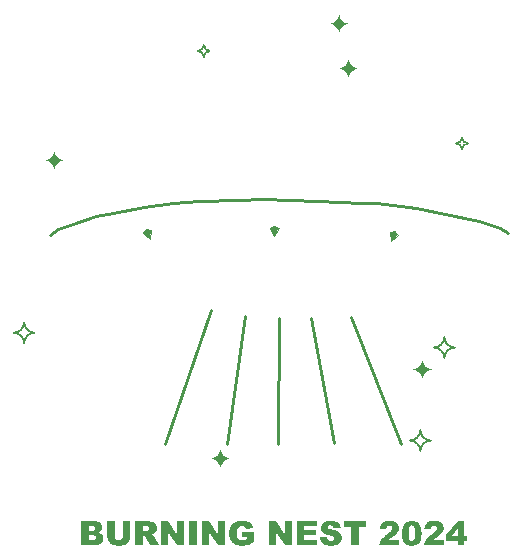
<source format=gto>
G04*
G04 #@! TF.GenerationSoftware,Altium Limited,Altium Designer,21.8.1 (53)*
G04*
G04 Layer_Color=65535*
%FSLAX25Y25*%
%MOIN*%
G70*
G04*
G04 #@! TF.SameCoordinates,45F2FB6D-C354-490B-B6FA-590C3EB5E4E4*
G04*
G04*
G04 #@! TF.FilePolarity,Positive*
G04*
G01*
G75*
%ADD10C,0.00800*%
%ADD11C,0.00394*%
%ADD12C,0.01000*%
G36*
X175475Y197975D02*
X175492Y197632D01*
X175626Y196959D01*
X175888Y196325D01*
X176269Y195755D01*
X176754Y195269D01*
X177325Y194888D01*
X177959Y194626D01*
X178632Y194492D01*
X178975Y194475D01*
X178632Y194458D01*
X177959Y194324D01*
X177325Y194062D01*
X176754Y193680D01*
X176269Y193195D01*
X175888Y192625D01*
X175626Y191991D01*
X175492Y191318D01*
X175475Y190975D01*
X175475Y190975D01*
X175458Y191318D01*
X175324Y191991D01*
X175062Y192625D01*
X174680Y193195D01*
X174195Y193680D01*
X173625Y194062D01*
X172991Y194324D01*
X172318Y194458D01*
X171975Y194475D01*
Y194475D01*
X172318Y194492D01*
X172991Y194626D01*
X173625Y194888D01*
X174195Y195269D01*
X174680Y195755D01*
X175062Y196325D01*
X175324Y196959D01*
X175458Y197632D01*
X175475Y197975D01*
X175475Y197975D01*
D02*
G37*
G36*
X178667Y182744D02*
X178801Y182071D01*
X179063Y181437D01*
X179444Y180866D01*
X179929Y180381D01*
X180500Y180000D01*
X181134Y179737D01*
X181807Y179604D01*
X182150Y179587D01*
X182150Y179587D01*
X181807Y179570D01*
X181134Y179436D01*
X180500Y179174D01*
X179929Y178792D01*
X179444Y178307D01*
X179063Y177737D01*
X178801Y177103D01*
X178667Y176430D01*
X178650Y176087D01*
X178650D01*
X178633Y176430D01*
X178499Y177103D01*
X178237Y177737D01*
X177855Y178307D01*
X177370Y178792D01*
X176800Y179174D01*
X176166Y179436D01*
X175493Y179570D01*
X175150Y179587D01*
X175150Y179587D01*
X175493Y179604D01*
X176166Y179737D01*
X176800Y180000D01*
X177370Y180381D01*
X177855Y180866D01*
X178237Y181437D01*
X178499Y182071D01*
X178633Y182744D01*
X178650Y183087D01*
X178650D01*
X178667Y182744D01*
D02*
G37*
G36*
X80500Y152500D02*
X80517Y152157D01*
X80651Y151484D01*
X80913Y150850D01*
X81294Y150280D01*
X81780Y149794D01*
X82350Y149413D01*
X82984Y149151D01*
X83657Y149017D01*
X84000Y149000D01*
X83657Y148983D01*
X82984Y148849D01*
X82350Y148587D01*
X81780Y148205D01*
X81294Y147720D01*
X80913Y147150D01*
X80651Y146516D01*
X80517Y145843D01*
X80500Y145500D01*
X80500Y145500D01*
X80483Y145843D01*
X80349Y146516D01*
X80087Y147150D01*
X79706Y147720D01*
X79220Y148205D01*
X78650Y148587D01*
X78016Y148849D01*
X77343Y148983D01*
X77000Y149000D01*
Y149000D01*
X77343Y149017D01*
X78016Y149151D01*
X78650Y149413D01*
X79220Y149794D01*
X79706Y150280D01*
X80087Y150850D01*
X80349Y151484D01*
X80483Y152157D01*
X80500Y152500D01*
X80500Y152500D01*
D02*
G37*
G36*
X153874Y127143D02*
X155345Y126321D01*
X153833Y123837D01*
X152333Y126337D01*
X153805Y127158D01*
X153874Y127143D01*
D02*
G37*
G36*
X112904Y125688D02*
X112350Y122826D01*
X112334Y122836D01*
X110069Y124673D01*
X111171Y125948D01*
X111241Y125957D01*
X112904Y125688D01*
D02*
G37*
G36*
X194031Y125193D02*
X195132Y123918D01*
X192862Y122100D01*
X192307Y124963D01*
X193971Y125232D01*
X194031Y125193D01*
D02*
G37*
G36*
X203205Y82720D02*
X203222Y82377D01*
X203356Y81704D01*
X203619Y81071D01*
X204000Y80500D01*
X204485Y80015D01*
X205056Y79634D01*
X205690Y79371D01*
X206363Y79237D01*
X206705Y79220D01*
X206363Y79203D01*
X205690Y79070D01*
X205056Y78807D01*
X204485Y78426D01*
X204000Y77941D01*
X203619Y77370D01*
X203356Y76736D01*
X203222Y76063D01*
X203205Y75720D01*
X203205Y75720D01*
X203189Y76063D01*
X203055Y76736D01*
X202792Y77370D01*
X202411Y77941D01*
X201926Y78426D01*
X201355Y78807D01*
X200722Y79070D01*
X200049Y79203D01*
X199706Y79220D01*
Y79220D01*
X200049Y79237D01*
X200722Y79371D01*
X201355Y79634D01*
X201926Y80015D01*
X202411Y80500D01*
X202792Y81071D01*
X203055Y81704D01*
X203189Y82377D01*
X203205Y82720D01*
X203205Y82720D01*
D02*
G37*
G36*
X135992Y52657D02*
X136126Y51984D01*
X136388Y51350D01*
X136769Y50780D01*
X137255Y50295D01*
X137825Y49913D01*
X138459Y49651D01*
X139132Y49517D01*
X139475Y49500D01*
X139475Y49500D01*
X139132Y49483D01*
X138459Y49349D01*
X137825Y49087D01*
X137255Y48706D01*
X136769Y48220D01*
X136388Y47650D01*
X136126Y47016D01*
X135992Y46343D01*
X135975Y46000D01*
X135975D01*
X135958Y46343D01*
X135824Y47016D01*
X135562Y47650D01*
X135180Y48220D01*
X134695Y48706D01*
X134125Y49087D01*
X133491Y49349D01*
X132818Y49483D01*
X132475Y49500D01*
X132475Y49500D01*
X132818Y49517D01*
X133491Y49651D01*
X134125Y49913D01*
X134695Y50295D01*
X135180Y50780D01*
X135562Y51350D01*
X135824Y51984D01*
X135958Y52657D01*
X135975Y53000D01*
X135975D01*
X135992Y52657D01*
D02*
G37*
G36*
X173012Y28756D02*
X173140Y28746D01*
X173288Y28736D01*
X173445Y28716D01*
X173622Y28697D01*
X173996Y28628D01*
X174193Y28579D01*
X174390Y28529D01*
X174577Y28461D01*
X174764Y28382D01*
X174931Y28293D01*
X175088Y28195D01*
X175098Y28185D01*
X175128Y28165D01*
X175167Y28136D01*
X175216Y28087D01*
X175285Y28028D01*
X175354Y27949D01*
X175433Y27860D01*
X175511Y27752D01*
X175600Y27634D01*
X175679Y27496D01*
X175757Y27349D01*
X175836Y27191D01*
X175905Y27004D01*
X175964Y26807D01*
X176013Y26601D01*
X176053Y26375D01*
X173721Y26247D01*
Y26256D01*
Y26266D01*
X173711Y26296D01*
X173701Y26335D01*
X173671Y26434D01*
X173632Y26552D01*
X173583Y26680D01*
X173514Y26807D01*
X173425Y26926D01*
X173327Y27034D01*
X173317Y27044D01*
X173278Y27073D01*
X173209Y27112D01*
X173110Y27162D01*
X173002Y27201D01*
X172855Y27240D01*
X172697Y27270D01*
X172510Y27280D01*
X172441D01*
X172363Y27270D01*
X172264Y27260D01*
X172166Y27231D01*
X172058Y27201D01*
X171949Y27152D01*
X171861Y27093D01*
X171851Y27083D01*
X171831Y27063D01*
X171792Y27024D01*
X171753Y26965D01*
X171713Y26906D01*
X171674Y26827D01*
X171654Y26739D01*
X171644Y26650D01*
Y26640D01*
Y26621D01*
X171654Y26581D01*
X171664Y26532D01*
X171684Y26483D01*
X171723Y26424D01*
X171762Y26365D01*
X171821Y26306D01*
X171831Y26296D01*
X171861Y26276D01*
X171910Y26247D01*
X171989Y26207D01*
X172097Y26168D01*
X172245Y26119D01*
X172333Y26089D01*
X172422Y26060D01*
X172530Y26040D01*
X172648Y26010D01*
X172668D01*
X172717Y25991D01*
X172805Y25981D01*
X172914Y25951D01*
X173042Y25922D01*
X173199Y25883D01*
X173366Y25843D01*
X173543Y25794D01*
X173927Y25686D01*
X174311Y25568D01*
X174498Y25499D01*
X174675Y25440D01*
X174832Y25371D01*
X174970Y25302D01*
X174980D01*
X175000Y25282D01*
X175039Y25263D01*
X175088Y25243D01*
X175147Y25203D01*
X175216Y25164D01*
X175364Y25056D01*
X175531Y24928D01*
X175698Y24780D01*
X175856Y24603D01*
X175994Y24416D01*
Y24407D01*
X176003Y24397D01*
X176023Y24367D01*
X176043Y24328D01*
X176072Y24269D01*
X176092Y24210D01*
X176161Y24072D01*
X176220Y23895D01*
X176269Y23698D01*
X176309Y23472D01*
X176318Y23235D01*
Y23226D01*
Y23206D01*
Y23157D01*
X176309Y23108D01*
Y23039D01*
X176299Y22960D01*
X176279Y22871D01*
X176269Y22773D01*
X176210Y22557D01*
X176131Y22311D01*
X176033Y22065D01*
X175964Y21947D01*
X175885Y21819D01*
Y21809D01*
X175866Y21789D01*
X175846Y21759D01*
X175807Y21710D01*
X175708Y21592D01*
X175580Y21454D01*
X175413Y21297D01*
X175206Y21130D01*
X174970Y20972D01*
X174695Y20835D01*
X174685D01*
X174655Y20825D01*
X174616Y20805D01*
X174557Y20785D01*
X174488Y20756D01*
X174390Y20726D01*
X174291Y20697D01*
X174173Y20667D01*
X174035Y20638D01*
X173898Y20608D01*
X173740Y20579D01*
X173563Y20549D01*
X173386Y20529D01*
X173189Y20510D01*
X172992Y20500D01*
X172687D01*
X172579Y20510D01*
X172441D01*
X172284Y20520D01*
X172087Y20539D01*
X171880Y20569D01*
X171664Y20598D01*
X171428Y20638D01*
X171192Y20687D01*
X170956Y20756D01*
X170729Y20825D01*
X170503Y20913D01*
X170296Y21022D01*
X170109Y21140D01*
X169952Y21277D01*
X169942Y21287D01*
X169922Y21317D01*
X169883Y21356D01*
X169824Y21415D01*
X169765Y21494D01*
X169696Y21592D01*
X169627Y21700D01*
X169548Y21828D01*
X169470Y21966D01*
X169391Y22114D01*
X169312Y22281D01*
X169243Y22458D01*
X169184Y22645D01*
X169135Y22852D01*
X169096Y23058D01*
X169066Y23285D01*
X171418Y23432D01*
Y23423D01*
Y23403D01*
X171428Y23373D01*
X171438Y23334D01*
X171457Y23235D01*
X171487Y23108D01*
X171526Y22960D01*
X171575Y22822D01*
X171644Y22675D01*
X171723Y22557D01*
Y22547D01*
X171743Y22537D01*
X171792Y22478D01*
X171880Y22409D01*
X172008Y22320D01*
X172156Y22232D01*
X172343Y22153D01*
X172569Y22094D01*
X172687Y22084D01*
X172815Y22074D01*
X172904D01*
X172992Y22084D01*
X173110Y22104D01*
X173238Y22133D01*
X173376Y22183D01*
X173504Y22242D01*
X173622Y22320D01*
X173632Y22330D01*
X173671Y22360D01*
X173721Y22419D01*
X173770Y22488D01*
X173829Y22566D01*
X173868Y22665D01*
X173907Y22773D01*
X173917Y22891D01*
Y22901D01*
Y22940D01*
X173907Y22999D01*
X173888Y23078D01*
X173848Y23167D01*
X173799Y23265D01*
X173730Y23354D01*
X173642Y23452D01*
X173632Y23462D01*
X173583Y23491D01*
X173543Y23521D01*
X173504Y23541D01*
X173445Y23570D01*
X173376Y23600D01*
X173297Y23639D01*
X173209Y23668D01*
X173110Y23708D01*
X172992Y23747D01*
X172855Y23796D01*
X172717Y23836D01*
X172550Y23875D01*
X172372Y23914D01*
X172353D01*
X172304Y23934D01*
X172215Y23954D01*
X172107Y23983D01*
X171979Y24013D01*
X171821Y24062D01*
X171654Y24111D01*
X171477Y24170D01*
X171093Y24308D01*
X170710Y24475D01*
X170523Y24564D01*
X170355Y24662D01*
X170188Y24771D01*
X170050Y24879D01*
X170040Y24889D01*
X170021Y24908D01*
X169991Y24938D01*
X169942Y24987D01*
X169893Y25046D01*
X169834Y25125D01*
X169775Y25203D01*
X169706Y25302D01*
X169647Y25410D01*
X169578Y25528D01*
X169519Y25656D01*
X169470Y25784D01*
X169421Y25932D01*
X169391Y26089D01*
X169371Y26256D01*
X169361Y26424D01*
Y26434D01*
Y26453D01*
Y26483D01*
X169371Y26532D01*
Y26581D01*
X169381Y26650D01*
X169411Y26798D01*
X169450Y26985D01*
X169509Y27171D01*
X169598Y27378D01*
X169716Y27585D01*
Y27595D01*
X169735Y27614D01*
X169755Y27634D01*
X169785Y27673D01*
X169863Y27772D01*
X169981Y27900D01*
X170129Y28037D01*
X170316Y28185D01*
X170532Y28323D01*
X170788Y28451D01*
X170798D01*
X170818Y28461D01*
X170867Y28480D01*
X170916Y28500D01*
X170995Y28520D01*
X171083Y28549D01*
X171182Y28579D01*
X171300Y28608D01*
X171438Y28638D01*
X171585Y28667D01*
X171743Y28697D01*
X171920Y28716D01*
X172107Y28736D01*
X172313Y28756D01*
X172530Y28766D01*
X172904D01*
X173012Y28756D01*
D02*
G37*
G36*
X143433D02*
X143561D01*
X143699Y28746D01*
X143856Y28736D01*
X144171Y28707D01*
X144506Y28657D01*
X144663Y28638D01*
X144811Y28598D01*
X144958Y28559D01*
X145086Y28520D01*
X145096D01*
X145116Y28510D01*
X145155Y28490D01*
X145194Y28470D01*
X145253Y28451D01*
X145322Y28421D01*
X145470Y28343D01*
X145647Y28234D01*
X145824Y28106D01*
X146011Y27949D01*
X146178Y27772D01*
X146188Y27762D01*
X146198Y27752D01*
X146218Y27723D01*
X146247Y27683D01*
X146287Y27634D01*
X146326Y27575D01*
X146424Y27427D01*
X146533Y27240D01*
X146641Y27024D01*
X146749Y26778D01*
X146838Y26502D01*
X144456Y26079D01*
Y26089D01*
X144447Y26099D01*
X144427Y26158D01*
X144387Y26237D01*
X144338Y26335D01*
X144269Y26443D01*
X144181Y26561D01*
X144082Y26670D01*
X143955Y26768D01*
X143935Y26778D01*
X143895Y26807D01*
X143817Y26847D01*
X143709Y26896D01*
X143581Y26935D01*
X143423Y26975D01*
X143256Y27004D01*
X143059Y27014D01*
X142980D01*
X142921Y27004D01*
X142852Y26994D01*
X142774Y26985D01*
X142587Y26945D01*
X142380Y26876D01*
X142272Y26827D01*
X142164Y26778D01*
X142055Y26709D01*
X141957Y26630D01*
X141859Y26542D01*
X141760Y26443D01*
X141750Y26434D01*
X141741Y26414D01*
X141721Y26384D01*
X141691Y26335D01*
X141652Y26276D01*
X141613Y26197D01*
X141573Y26109D01*
X141524Y26010D01*
X141485Y25892D01*
X141436Y25764D01*
X141396Y25617D01*
X141367Y25459D01*
X141327Y25282D01*
X141308Y25085D01*
X141298Y24879D01*
X141288Y24662D01*
Y24653D01*
Y24603D01*
Y24534D01*
X141298Y24456D01*
X141308Y24347D01*
X141317Y24219D01*
X141327Y24092D01*
X141347Y23944D01*
X141406Y23639D01*
X141495Y23334D01*
X141544Y23186D01*
X141613Y23049D01*
X141682Y22921D01*
X141770Y22803D01*
X141780Y22793D01*
X141790Y22783D01*
X141819Y22753D01*
X141859Y22714D01*
X141908Y22675D01*
X141967Y22625D01*
X142036Y22576D01*
X142124Y22527D01*
X142213Y22478D01*
X142311Y22429D01*
X142429Y22379D01*
X142547Y22340D01*
X142823Y22271D01*
X142971Y22261D01*
X143128Y22252D01*
X143197D01*
X143276Y22261D01*
X143384Y22271D01*
X143502Y22281D01*
X143640Y22301D01*
X143777Y22330D01*
X143915Y22370D01*
X143935Y22379D01*
X143984Y22389D01*
X144063Y22419D01*
X144161Y22468D01*
X144289Y22517D01*
X144437Y22586D01*
X144604Y22675D01*
X144781Y22773D01*
Y23531D01*
X143128D01*
Y25194D01*
X146946D01*
Y21779D01*
X146936Y21769D01*
X146897Y21750D01*
X146838Y21710D01*
X146759Y21661D01*
X146661Y21602D01*
X146552Y21533D01*
X146424Y21454D01*
X146287Y21376D01*
X146139Y21287D01*
X145982Y21199D01*
X145657Y21041D01*
X145322Y20884D01*
X145155Y20825D01*
X144998Y20766D01*
X144988D01*
X144958Y20756D01*
X144909Y20746D01*
X144850Y20726D01*
X144771Y20707D01*
X144673Y20677D01*
X144565Y20657D01*
X144437Y20638D01*
X144299Y20608D01*
X144141Y20589D01*
X143984Y20559D01*
X143807Y20539D01*
X143620Y20529D01*
X143423Y20510D01*
X143010Y20500D01*
X142872D01*
X142774Y20510D01*
X142656Y20520D01*
X142508Y20529D01*
X142351Y20539D01*
X142183Y20559D01*
X142006Y20589D01*
X141819Y20618D01*
X141426Y20707D01*
X141239Y20756D01*
X141042Y20825D01*
X140865Y20894D01*
X140688Y20982D01*
X140678Y20992D01*
X140648Y21002D01*
X140599Y21031D01*
X140540Y21071D01*
X140461Y21120D01*
X140383Y21189D01*
X140284Y21258D01*
X140176Y21346D01*
X140068Y21435D01*
X139960Y21543D01*
X139841Y21661D01*
X139723Y21789D01*
X139615Y21937D01*
X139497Y22084D01*
X139399Y22242D01*
X139300Y22419D01*
X139290Y22429D01*
X139281Y22458D01*
X139251Y22517D01*
X139222Y22586D01*
X139182Y22684D01*
X139143Y22793D01*
X139103Y22921D01*
X139054Y23058D01*
X139005Y23216D01*
X138966Y23383D01*
X138926Y23570D01*
X138887Y23757D01*
X138857Y23964D01*
X138828Y24180D01*
X138818Y24407D01*
X138808Y24633D01*
Y24653D01*
Y24692D01*
Y24761D01*
X138818Y24849D01*
X138828Y24967D01*
X138838Y25095D01*
X138857Y25243D01*
X138877Y25400D01*
X138907Y25577D01*
X138936Y25755D01*
X139035Y26138D01*
X139094Y26325D01*
X139163Y26522D01*
X139251Y26709D01*
X139340Y26896D01*
X139349Y26906D01*
X139369Y26935D01*
X139399Y26994D01*
X139438Y27053D01*
X139497Y27142D01*
X139566Y27231D01*
X139645Y27339D01*
X139743Y27447D01*
X139851Y27565D01*
X139969Y27683D01*
X140097Y27811D01*
X140235Y27929D01*
X140392Y28047D01*
X140560Y28165D01*
X140737Y28274D01*
X140924Y28372D01*
X140934D01*
X140963Y28392D01*
X141012Y28411D01*
X141071Y28431D01*
X141160Y28461D01*
X141258Y28500D01*
X141367Y28529D01*
X141504Y28569D01*
X141652Y28608D01*
X141819Y28638D01*
X141996Y28677D01*
X142193Y28707D01*
X142400Y28726D01*
X142626Y28746D01*
X142862Y28766D01*
X143325D01*
X143433Y28756D01*
D02*
G37*
G36*
X159787Y20638D02*
X157455D01*
X154473Y25017D01*
Y20638D01*
X152151D01*
Y28628D01*
X154454D01*
X157455Y24210D01*
Y28628D01*
X159787D01*
Y20638D01*
D02*
G37*
G36*
X137470D02*
X135138D01*
X132156Y25017D01*
Y20638D01*
X129834D01*
Y28628D01*
X132137D01*
X135138Y24210D01*
Y28628D01*
X137470D01*
Y20638D01*
D02*
G37*
G36*
X123822D02*
X121490D01*
X118508Y25017D01*
Y20638D01*
X116186D01*
Y28628D01*
X118489D01*
X121490Y24210D01*
Y28628D01*
X123822D01*
Y20638D01*
D02*
G37*
G36*
X105844Y23865D02*
Y23855D01*
Y23836D01*
Y23796D01*
Y23747D01*
X105834Y23678D01*
Y23609D01*
X105815Y23432D01*
X105785Y23226D01*
X105746Y22999D01*
X105697Y22763D01*
X105618Y22527D01*
Y22517D01*
X105608Y22498D01*
X105598Y22468D01*
X105579Y22419D01*
X105549Y22370D01*
X105529Y22301D01*
X105451Y22153D01*
X105352Y21986D01*
X105234Y21799D01*
X105096Y21612D01*
X104929Y21425D01*
X104919Y21415D01*
X104909Y21405D01*
X104850Y21346D01*
X104752Y21268D01*
X104624Y21169D01*
X104476Y21061D01*
X104309Y20953D01*
X104132Y20844D01*
X103935Y20766D01*
X103925D01*
X103906Y20756D01*
X103866Y20746D01*
X103807Y20726D01*
X103738Y20707D01*
X103660Y20677D01*
X103561Y20657D01*
X103453Y20638D01*
X103335Y20608D01*
X103197Y20589D01*
X103059Y20559D01*
X102902Y20539D01*
X102577Y20510D01*
X102213Y20500D01*
X101987D01*
X101830Y20510D01*
X101643Y20520D01*
X101426Y20529D01*
X101190Y20549D01*
X100934Y20579D01*
X100905D01*
X100865Y20589D01*
X100816Y20598D01*
X100757Y20608D01*
X100688Y20618D01*
X100531Y20648D01*
X100354Y20687D01*
X100157Y20746D01*
X99970Y20815D01*
X99783Y20894D01*
X99773D01*
X99763Y20903D01*
X99704Y20943D01*
X99616Y20992D01*
X99507Y21071D01*
X99370Y21169D01*
X99232Y21287D01*
X99084Y21425D01*
X98937Y21582D01*
Y21592D01*
X98917Y21602D01*
X98878Y21661D01*
X98809Y21750D01*
X98730Y21868D01*
X98641Y22005D01*
X98553Y22163D01*
X98474Y22330D01*
X98415Y22507D01*
Y22517D01*
X98405Y22547D01*
X98395Y22586D01*
X98376Y22635D01*
X98366Y22704D01*
X98346Y22783D01*
X98307Y22970D01*
X98258Y23177D01*
X98228Y23403D01*
X98199Y23639D01*
X98189Y23865D01*
Y28628D01*
X100659D01*
Y23757D01*
Y23747D01*
Y23728D01*
Y23698D01*
X100668Y23649D01*
Y23590D01*
X100678Y23531D01*
X100708Y23383D01*
X100747Y23216D01*
X100806Y23049D01*
X100895Y22881D01*
X101013Y22734D01*
X101032Y22714D01*
X101082Y22675D01*
X101160Y22616D01*
X101278Y22557D01*
X101416Y22488D01*
X101593Y22429D01*
X101790Y22389D01*
X102016Y22370D01*
X102076D01*
X102125Y22379D01*
X102243Y22389D01*
X102381Y22419D01*
X102538Y22458D01*
X102705Y22517D01*
X102873Y22606D01*
X103020Y22724D01*
X103040Y22743D01*
X103079Y22793D01*
X103138Y22871D01*
X103207Y22989D01*
X103266Y23137D01*
X103325Y23314D01*
X103365Y23521D01*
X103384Y23757D01*
Y28628D01*
X105844D01*
Y23865D01*
D02*
G37*
G36*
X217066Y23855D02*
X218069D01*
Y22133D01*
X217066D01*
Y20638D01*
X215127D01*
Y22133D01*
X211083D01*
Y23954D01*
X215127Y28766D01*
X217066D01*
Y23855D01*
D02*
G37*
G36*
X207383Y28756D02*
X207491D01*
X207619Y28746D01*
X207757Y28736D01*
X208043Y28697D01*
X208348Y28648D01*
X208643Y28579D01*
X208781Y28539D01*
X208908Y28490D01*
X208918D01*
X208938Y28480D01*
X208967Y28461D01*
X209017Y28441D01*
X209076Y28411D01*
X209135Y28382D01*
X209282Y28293D01*
X209450Y28175D01*
X209627Y28037D01*
X209794Y27870D01*
X209942Y27673D01*
Y27663D01*
X209961Y27644D01*
X209981Y27614D01*
X210001Y27575D01*
X210030Y27526D01*
X210060Y27467D01*
X210129Y27309D01*
X210197Y27132D01*
X210257Y26916D01*
X210296Y26689D01*
X210315Y26434D01*
Y26424D01*
Y26404D01*
Y26365D01*
X210306Y26306D01*
Y26247D01*
X210296Y26168D01*
X210276Y26079D01*
X210266Y25991D01*
X210207Y25774D01*
X210129Y25538D01*
X210030Y25292D01*
X209961Y25164D01*
X209883Y25036D01*
Y25026D01*
X209863Y25007D01*
X209833Y24967D01*
X209794Y24918D01*
X209745Y24859D01*
X209686Y24780D01*
X209617Y24702D01*
X209528Y24603D01*
X209430Y24495D01*
X209312Y24387D01*
X209184Y24269D01*
X209046Y24141D01*
X208889Y24003D01*
X208721Y23865D01*
X208535Y23728D01*
X208328Y23580D01*
X208318Y23570D01*
X208298Y23560D01*
X208269Y23541D01*
X208220Y23501D01*
X208102Y23423D01*
X207964Y23324D01*
X207806Y23216D01*
X207659Y23108D01*
X207531Y23009D01*
X207472Y22970D01*
X207423Y22930D01*
X207413Y22921D01*
X207383Y22901D01*
X207334Y22852D01*
X207275Y22803D01*
X207196Y22734D01*
X207108Y22645D01*
X206999Y22557D01*
X206891Y22448D01*
X210375D01*
Y20638D01*
X203703D01*
Y20648D01*
X203713Y20687D01*
Y20736D01*
X203733Y20805D01*
X203742Y20894D01*
X203772Y20992D01*
X203792Y21110D01*
X203831Y21238D01*
X203870Y21376D01*
X203920Y21523D01*
X204038Y21838D01*
X204116Y21996D01*
X204195Y22163D01*
X204293Y22320D01*
X204392Y22488D01*
X204402Y22498D01*
X204421Y22527D01*
X204461Y22576D01*
X204510Y22645D01*
X204579Y22724D01*
X204658Y22822D01*
X204766Y22940D01*
X204884Y23068D01*
X205022Y23216D01*
X205179Y23373D01*
X205356Y23541D01*
X205563Y23718D01*
X205779Y23914D01*
X206025Y24111D01*
X206291Y24328D01*
X206576Y24544D01*
X206586Y24554D01*
X206616Y24574D01*
X206665Y24613D01*
X206734Y24662D01*
X206813Y24721D01*
X206901Y24790D01*
X207098Y24948D01*
X207314Y25125D01*
X207511Y25312D01*
X207610Y25400D01*
X207698Y25479D01*
X207767Y25568D01*
X207826Y25637D01*
X207836Y25656D01*
X207865Y25705D01*
X207915Y25774D01*
X207964Y25873D01*
X208013Y25981D01*
X208062Y26099D01*
X208092Y26227D01*
X208102Y26355D01*
Y26375D01*
Y26414D01*
X208092Y26483D01*
X208072Y26571D01*
X208033Y26670D01*
X207983Y26768D01*
X207915Y26876D01*
X207826Y26975D01*
X207816Y26985D01*
X207777Y27014D01*
X207718Y27063D01*
X207639Y27112D01*
X207541Y27152D01*
X207432Y27201D01*
X207295Y27231D01*
X207147Y27240D01*
X207078D01*
X206999Y27231D01*
X206901Y27211D01*
X206793Y27171D01*
X206675Y27122D01*
X206557Y27053D01*
X206448Y26965D01*
X206439Y26955D01*
X206409Y26916D01*
X206360Y26847D01*
X206301Y26748D01*
X206242Y26621D01*
X206183Y26463D01*
X206134Y26266D01*
X206094Y26030D01*
X203870Y26207D01*
Y26217D01*
X203880Y26247D01*
Y26296D01*
X203900Y26365D01*
X203910Y26443D01*
X203929Y26532D01*
X203949Y26630D01*
X203979Y26739D01*
X204038Y26975D01*
X204126Y27221D01*
X204225Y27447D01*
X204343Y27663D01*
Y27673D01*
X204362Y27683D01*
X204382Y27713D01*
X204412Y27752D01*
X204490Y27850D01*
X204598Y27969D01*
X204736Y28097D01*
X204904Y28234D01*
X205100Y28362D01*
X205327Y28480D01*
X205336D01*
X205356Y28490D01*
X205396Y28510D01*
X205445Y28529D01*
X205514Y28549D01*
X205592Y28569D01*
X205681Y28598D01*
X205789Y28628D01*
X205907Y28648D01*
X206035Y28677D01*
X206183Y28697D01*
X206340Y28726D01*
X206507Y28736D01*
X206694Y28756D01*
X206881Y28766D01*
X207285D01*
X207383Y28756D01*
D02*
G37*
G36*
X192485D02*
X192594D01*
X192722Y28746D01*
X192859Y28736D01*
X193145Y28697D01*
X193450Y28648D01*
X193745Y28579D01*
X193883Y28539D01*
X194011Y28490D01*
X194020D01*
X194040Y28480D01*
X194070Y28461D01*
X194119Y28441D01*
X194178Y28411D01*
X194237Y28382D01*
X194385Y28293D01*
X194552Y28175D01*
X194729Y28037D01*
X194896Y27870D01*
X195044Y27673D01*
Y27663D01*
X195063Y27644D01*
X195083Y27614D01*
X195103Y27575D01*
X195132Y27526D01*
X195162Y27467D01*
X195231Y27309D01*
X195300Y27132D01*
X195359Y26916D01*
X195398Y26689D01*
X195418Y26434D01*
Y26424D01*
Y26404D01*
Y26365D01*
X195408Y26306D01*
Y26247D01*
X195398Y26168D01*
X195378Y26079D01*
X195369Y25991D01*
X195309Y25774D01*
X195231Y25538D01*
X195132Y25292D01*
X195063Y25164D01*
X194985Y25036D01*
Y25026D01*
X194965Y25007D01*
X194936Y24967D01*
X194896Y24918D01*
X194847Y24859D01*
X194788Y24780D01*
X194719Y24702D01*
X194631Y24603D01*
X194532Y24495D01*
X194414Y24387D01*
X194286Y24269D01*
X194148Y24141D01*
X193991Y24003D01*
X193824Y23865D01*
X193637Y23728D01*
X193430Y23580D01*
X193420Y23570D01*
X193401Y23560D01*
X193371Y23541D01*
X193322Y23501D01*
X193204Y23423D01*
X193066Y23324D01*
X192909Y23216D01*
X192761Y23108D01*
X192633Y23009D01*
X192574Y22970D01*
X192525Y22930D01*
X192515Y22921D01*
X192485Y22901D01*
X192436Y22852D01*
X192377Y22803D01*
X192298Y22734D01*
X192210Y22645D01*
X192102Y22557D01*
X191993Y22448D01*
X195477D01*
Y20638D01*
X188805D01*
Y20648D01*
X188815Y20687D01*
Y20736D01*
X188835Y20805D01*
X188845Y20894D01*
X188874Y20992D01*
X188894Y21110D01*
X188933Y21238D01*
X188973Y21376D01*
X189022Y21523D01*
X189140Y21838D01*
X189219Y21996D01*
X189297Y22163D01*
X189396Y22320D01*
X189494Y22488D01*
X189504Y22498D01*
X189524Y22527D01*
X189563Y22576D01*
X189612Y22645D01*
X189681Y22724D01*
X189760Y22822D01*
X189868Y22940D01*
X189986Y23068D01*
X190124Y23216D01*
X190281Y23373D01*
X190458Y23541D01*
X190665Y23718D01*
X190882Y23914D01*
X191128Y24111D01*
X191393Y24328D01*
X191679Y24544D01*
X191688Y24554D01*
X191718Y24574D01*
X191767Y24613D01*
X191836Y24662D01*
X191915Y24721D01*
X192003Y24790D01*
X192200Y24948D01*
X192417Y25125D01*
X192613Y25312D01*
X192712Y25400D01*
X192800Y25479D01*
X192869Y25568D01*
X192928Y25637D01*
X192938Y25656D01*
X192968Y25705D01*
X193017Y25774D01*
X193066Y25873D01*
X193115Y25981D01*
X193164Y26099D01*
X193194Y26227D01*
X193204Y26355D01*
Y26375D01*
Y26414D01*
X193194Y26483D01*
X193174Y26571D01*
X193135Y26670D01*
X193086Y26768D01*
X193017Y26876D01*
X192928Y26975D01*
X192918Y26985D01*
X192879Y27014D01*
X192820Y27063D01*
X192741Y27112D01*
X192643Y27152D01*
X192535Y27201D01*
X192397Y27231D01*
X192249Y27240D01*
X192180D01*
X192102Y27231D01*
X192003Y27211D01*
X191895Y27171D01*
X191777Y27122D01*
X191659Y27053D01*
X191551Y26965D01*
X191541Y26955D01*
X191511Y26916D01*
X191462Y26847D01*
X191403Y26748D01*
X191344Y26621D01*
X191285Y26463D01*
X191236Y26266D01*
X191196Y26030D01*
X188973Y26207D01*
Y26217D01*
X188982Y26247D01*
Y26296D01*
X189002Y26365D01*
X189012Y26443D01*
X189032Y26532D01*
X189051Y26630D01*
X189081Y26739D01*
X189140Y26975D01*
X189228Y27221D01*
X189327Y27447D01*
X189445Y27663D01*
Y27673D01*
X189465Y27683D01*
X189484Y27713D01*
X189514Y27752D01*
X189593Y27850D01*
X189701Y27969D01*
X189839Y28097D01*
X190006Y28234D01*
X190203Y28362D01*
X190429Y28480D01*
X190439D01*
X190458Y28490D01*
X190498Y28510D01*
X190547Y28529D01*
X190616Y28549D01*
X190695Y28569D01*
X190783Y28598D01*
X190891Y28628D01*
X191009Y28648D01*
X191137Y28677D01*
X191285Y28697D01*
X191442Y28726D01*
X191610Y28736D01*
X191797Y28756D01*
X191984Y28766D01*
X192387D01*
X192485Y28756D01*
D02*
G37*
G36*
X184495Y26650D02*
X181976D01*
Y20638D01*
X179507D01*
Y26650D01*
X176987D01*
Y28628D01*
X184495D01*
Y26650D01*
D02*
G37*
G36*
X168053Y26926D02*
X163910D01*
Y25656D01*
X167748D01*
Y24023D01*
X163910D01*
Y22448D01*
X168171D01*
Y20638D01*
X161430D01*
Y28628D01*
X168053D01*
Y26926D01*
D02*
G37*
G36*
X128043Y20638D02*
X125564D01*
Y28628D01*
X128043D01*
Y20638D01*
D02*
G37*
G36*
X111906Y28618D02*
X112014D01*
X112142Y28608D01*
X112270D01*
X112555Y28579D01*
X112840Y28549D01*
X113126Y28500D01*
X113254Y28470D01*
X113372Y28431D01*
X113382D01*
X113401Y28421D01*
X113431Y28411D01*
X113470Y28392D01*
X113588Y28343D01*
X113726Y28264D01*
X113883Y28165D01*
X114041Y28037D01*
X114208Y27890D01*
X114356Y27703D01*
Y27693D01*
X114375Y27683D01*
X114395Y27654D01*
X114415Y27604D01*
X114444Y27555D01*
X114474Y27496D01*
X114503Y27427D01*
X114543Y27339D01*
X114612Y27152D01*
X114671Y26935D01*
X114710Y26680D01*
X114730Y26404D01*
Y26394D01*
Y26375D01*
Y26345D01*
Y26296D01*
X114720Y26237D01*
Y26168D01*
X114690Y26010D01*
X114661Y25833D01*
X114612Y25646D01*
X114543Y25449D01*
X114444Y25263D01*
Y25253D01*
X114435Y25243D01*
X114395Y25184D01*
X114326Y25095D01*
X114238Y24987D01*
X114129Y24859D01*
X113992Y24731D01*
X113834Y24603D01*
X113657Y24485D01*
X113647Y24475D01*
X113598Y24456D01*
X113529Y24416D01*
X113431Y24367D01*
X113303Y24318D01*
X113155Y24269D01*
X112978Y24210D01*
X112781Y24160D01*
X112791D01*
X112801Y24151D01*
X112850Y24131D01*
X112929Y24101D01*
X113027Y24072D01*
X113234Y23974D01*
X113332Y23924D01*
X113421Y23865D01*
X113431D01*
X113451Y23846D01*
X113480Y23816D01*
X113519Y23777D01*
X113578Y23718D01*
X113647Y23649D01*
X113726Y23550D01*
X113815Y23442D01*
X113824Y23432D01*
X113854Y23393D01*
X113903Y23334D01*
X113962Y23255D01*
X114080Y23098D01*
X114129Y23009D01*
X114169Y22940D01*
X115379Y20638D01*
X112585D01*
X111256Y23078D01*
Y23088D01*
X111246Y23098D01*
X111217Y23157D01*
X111168Y23235D01*
X111109Y23334D01*
X111030Y23442D01*
X110961Y23541D01*
X110882Y23629D01*
X110804Y23698D01*
X110794Y23708D01*
X110754Y23728D01*
X110705Y23757D01*
X110626Y23796D01*
X110538Y23826D01*
X110440Y23855D01*
X110321Y23875D01*
X110203Y23885D01*
X109987D01*
Y20638D01*
X107507D01*
Y28628D01*
X111807D01*
X111906Y28618D01*
D02*
G37*
G36*
X94302D02*
X94400Y28608D01*
X94518Y28598D01*
X94636Y28579D01*
X94774Y28559D01*
X95060Y28490D01*
X95207Y28441D01*
X95355Y28382D01*
X95502Y28313D01*
X95640Y28244D01*
X95778Y28146D01*
X95896Y28047D01*
X95906Y28037D01*
X95925Y28018D01*
X95955Y27988D01*
X95994Y27949D01*
X96044Y27890D01*
X96093Y27821D01*
X96152Y27742D01*
X96211Y27654D01*
X96260Y27555D01*
X96319Y27447D01*
X96417Y27211D01*
X96457Y27073D01*
X96486Y26935D01*
X96506Y26788D01*
X96516Y26630D01*
Y26621D01*
Y26601D01*
Y26561D01*
X96506Y26512D01*
Y26453D01*
X96496Y26384D01*
X96457Y26217D01*
X96408Y26030D01*
X96329Y25823D01*
X96221Y25617D01*
X96152Y25518D01*
X96073Y25420D01*
X96063Y25410D01*
X96014Y25361D01*
X95945Y25302D01*
X95857Y25233D01*
X95729Y25144D01*
X95581Y25056D01*
X95404Y24967D01*
X95207Y24889D01*
X95217D01*
X95247Y24879D01*
X95286Y24869D01*
X95345Y24849D01*
X95424Y24830D01*
X95502Y24800D01*
X95689Y24721D01*
X95896Y24623D01*
X96113Y24495D01*
X96309Y24347D01*
X96398Y24259D01*
X96477Y24170D01*
X96486Y24160D01*
X96496Y24151D01*
X96516Y24121D01*
X96545Y24082D01*
X96575Y24033D01*
X96605Y23974D01*
X96683Y23826D01*
X96762Y23639D01*
X96821Y23432D01*
X96870Y23186D01*
X96890Y22911D01*
Y22901D01*
Y22881D01*
Y22852D01*
Y22803D01*
X96880Y22753D01*
X96870Y22684D01*
X96851Y22537D01*
X96821Y22360D01*
X96762Y22173D01*
X96693Y21976D01*
X96595Y21789D01*
Y21779D01*
X96585Y21769D01*
X96545Y21710D01*
X96477Y21622D01*
X96388Y21504D01*
X96280Y21386D01*
X96142Y21248D01*
X95985Y21120D01*
X95807Y21002D01*
X95798Y20992D01*
X95748Y20972D01*
X95679Y20943D01*
X95571Y20903D01*
X95443Y20864D01*
X95276Y20815D01*
X95089Y20775D01*
X94863Y20746D01*
X94823D01*
X94784Y20736D01*
X94725Y20726D01*
X94666Y20717D01*
X94587D01*
X94420Y20697D01*
X94233Y20677D01*
X94046Y20657D01*
X93889Y20648D01*
X93820Y20638D01*
X89500D01*
Y28628D01*
X94223D01*
X94302Y28618D01*
D02*
G37*
G36*
X199934Y28756D02*
X200013D01*
X200200Y28736D01*
X200407Y28716D01*
X200633Y28677D01*
X200849Y28628D01*
X201056Y28559D01*
X201066D01*
X201076Y28549D01*
X201105Y28539D01*
X201145Y28520D01*
X201243Y28480D01*
X201361Y28421D01*
X201489Y28343D01*
X201637Y28254D01*
X201774Y28155D01*
X201902Y28037D01*
X201912Y28028D01*
X201952Y27978D01*
X202011Y27919D01*
X202089Y27841D01*
X202168Y27732D01*
X202257Y27624D01*
X202335Y27496D01*
X202414Y27368D01*
X202424Y27349D01*
X202444Y27309D01*
X202483Y27231D01*
X202522Y27142D01*
X202571Y27014D01*
X202621Y26876D01*
X202670Y26719D01*
X202719Y26552D01*
Y26542D01*
X202729Y26512D01*
X202739Y26463D01*
X202758Y26394D01*
X202768Y26315D01*
X202788Y26217D01*
X202808Y26109D01*
X202837Y25981D01*
X202857Y25853D01*
X202876Y25705D01*
X202906Y25390D01*
X202936Y25046D01*
X202945Y24692D01*
Y24682D01*
Y24672D01*
Y24633D01*
Y24593D01*
Y24544D01*
Y24485D01*
X202936Y24338D01*
X202926Y24160D01*
X202906Y23954D01*
X202886Y23728D01*
X202857Y23482D01*
X202817Y23226D01*
X202768Y22960D01*
X202709Y22694D01*
X202630Y22429D01*
X202552Y22173D01*
X202453Y21937D01*
X202335Y21710D01*
X202207Y21504D01*
X202198Y21494D01*
X202168Y21464D01*
X202129Y21415D01*
X202060Y21346D01*
X201981Y21268D01*
X201883Y21189D01*
X201755Y21100D01*
X201617Y21002D01*
X201450Y20913D01*
X201263Y20815D01*
X201056Y20736D01*
X200830Y20657D01*
X200574Y20589D01*
X200298Y20539D01*
X199993Y20510D01*
X199669Y20500D01*
X199570D01*
X199501Y20510D01*
X199413D01*
X199314Y20520D01*
X199206Y20529D01*
X199088Y20539D01*
X198832Y20579D01*
X198557Y20638D01*
X198291Y20707D01*
X198045Y20815D01*
X198035D01*
X198015Y20835D01*
X197986Y20844D01*
X197947Y20874D01*
X197829Y20953D01*
X197681Y21051D01*
X197523Y21189D01*
X197356Y21346D01*
X197179Y21543D01*
X197022Y21759D01*
Y21769D01*
X197012Y21779D01*
X196992Y21809D01*
X196973Y21838D01*
X196923Y21937D01*
X196864Y22074D01*
X196785Y22252D01*
X196717Y22458D01*
X196648Y22694D01*
X196579Y22970D01*
Y22980D01*
X196569Y23009D01*
Y23049D01*
X196559Y23108D01*
X196539Y23177D01*
X196530Y23265D01*
X196520Y23363D01*
X196500Y23472D01*
X196490Y23590D01*
X196471Y23718D01*
X196451Y24013D01*
X196431Y24328D01*
X196421Y24662D01*
Y24672D01*
Y24692D01*
Y24721D01*
Y24761D01*
Y24820D01*
X196431Y24879D01*
Y25036D01*
X196451Y25213D01*
X196461Y25430D01*
X196490Y25666D01*
X196520Y25912D01*
X196569Y26178D01*
X196618Y26443D01*
X196687Y26709D01*
X196766Y26965D01*
X196864Y27221D01*
X196973Y27447D01*
X197091Y27663D01*
X197238Y27850D01*
X197248Y27860D01*
X197277Y27890D01*
X197327Y27939D01*
X197396Y27998D01*
X197484Y28067D01*
X197583Y28136D01*
X197711Y28224D01*
X197858Y28313D01*
X198025Y28392D01*
X198212Y28480D01*
X198409Y28549D01*
X198635Y28628D01*
X198881Y28677D01*
X199147Y28726D01*
X199433Y28756D01*
X199738Y28766D01*
X199875D01*
X199934Y28756D01*
D02*
G37*
%LPC*%
G36*
X215127Y26375D02*
X212982Y23855D01*
X215127D01*
Y26375D01*
D02*
G37*
G36*
X111187Y27014D02*
X109987D01*
Y25400D01*
X111059D01*
X111109Y25410D01*
X111178D01*
X111266Y25430D01*
X111374Y25449D01*
X111522Y25469D01*
X111689Y25509D01*
X111699D01*
X111729Y25518D01*
X111778Y25528D01*
X111837Y25558D01*
X111896Y25587D01*
X111965Y25627D01*
X112034Y25676D01*
X112093Y25745D01*
X112102Y25755D01*
X112122Y25784D01*
X112142Y25823D01*
X112171Y25883D01*
X112201Y25951D01*
X112230Y26030D01*
X112240Y26119D01*
X112250Y26217D01*
Y26237D01*
Y26276D01*
X112240Y26345D01*
X112221Y26434D01*
X112191Y26532D01*
X112142Y26630D01*
X112083Y26719D01*
X111994Y26807D01*
X111984Y26817D01*
X111945Y26837D01*
X111876Y26876D01*
X111788Y26916D01*
X111660Y26945D01*
X111502Y26985D01*
X111305Y27004D01*
X111187Y27014D01*
D02*
G37*
G36*
X93072Y27004D02*
X91989D01*
Y25499D01*
X93151D01*
X93259Y25509D01*
X93377Y25528D01*
X93505Y25548D01*
X93643Y25577D01*
X93761Y25627D01*
X93859Y25695D01*
X93869Y25705D01*
X93898Y25735D01*
X93938Y25774D01*
X93977Y25843D01*
X94017Y25922D01*
X94056Y26020D01*
X94085Y26138D01*
X94095Y26266D01*
Y26286D01*
Y26325D01*
X94085Y26384D01*
X94066Y26463D01*
X94036Y26552D01*
X93997Y26640D01*
X93938Y26729D01*
X93859Y26807D01*
X93849Y26817D01*
X93820Y26837D01*
X93761Y26866D01*
X93672Y26906D01*
X93564Y26945D01*
X93436Y26975D01*
X93269Y26994D01*
X93072Y27004D01*
D02*
G37*
G36*
X93239Y23974D02*
X91989D01*
Y22360D01*
X93347D01*
X93456Y22370D01*
X93593Y22389D01*
X93741Y22409D01*
X93889Y22448D01*
X94026Y22507D01*
X94144Y22576D01*
X94154Y22586D01*
X94184Y22616D01*
X94233Y22665D01*
X94282Y22734D01*
X94322Y22822D01*
X94371Y22930D01*
X94400Y23049D01*
X94410Y23186D01*
Y23206D01*
Y23245D01*
X94400Y23314D01*
X94381Y23393D01*
X94341Y23482D01*
X94302Y23580D01*
X94233Y23668D01*
X94144Y23757D01*
X94135Y23767D01*
X94095Y23787D01*
X94026Y23826D01*
X93938Y23865D01*
X93810Y23905D01*
X93652Y23944D01*
X93466Y23964D01*
X93239Y23974D01*
D02*
G37*
G36*
X199659Y27290D02*
X199610D01*
X199570Y27280D01*
X199472Y27260D01*
X199354Y27221D01*
X199226Y27152D01*
X199157Y27112D01*
X199088Y27053D01*
X199029Y26985D01*
X198970Y26916D01*
X198911Y26827D01*
X198862Y26729D01*
Y26719D01*
X198852Y26699D01*
X198842Y26670D01*
X198822Y26621D01*
X198803Y26552D01*
X198783Y26473D01*
X198763Y26375D01*
X198744Y26256D01*
X198724Y26129D01*
X198704Y25971D01*
X198685Y25804D01*
X198665Y25617D01*
X198645Y25410D01*
X198635Y25174D01*
X198626Y24928D01*
Y24653D01*
Y24633D01*
Y24584D01*
Y24505D01*
Y24407D01*
X198635Y24279D01*
Y24141D01*
X198645Y23983D01*
X198655Y23816D01*
X198695Y23472D01*
X198734Y23127D01*
X198773Y22970D01*
X198803Y22822D01*
X198842Y22684D01*
X198891Y22566D01*
Y22557D01*
X198901Y22547D01*
X198941Y22478D01*
X199000Y22389D01*
X199088Y22291D01*
X199196Y22193D01*
X199334Y22104D01*
X199492Y22035D01*
X199580Y22025D01*
X199669Y22015D01*
X199728D01*
X199787Y22025D01*
X199865Y22045D01*
X199954Y22074D01*
X200052Y22114D01*
X200151Y22173D01*
X200249Y22252D01*
X200259Y22261D01*
X200289Y22301D01*
X200338Y22350D01*
X200397Y22438D01*
X200456Y22537D01*
X200515Y22665D01*
X200574Y22822D01*
X200623Y22999D01*
Y23009D01*
X200633Y23019D01*
Y23058D01*
X200643Y23098D01*
X200653Y23147D01*
X200662Y23216D01*
X200672Y23295D01*
X200682Y23393D01*
X200692Y23491D01*
X200702Y23609D01*
X200712Y23747D01*
X200722Y23885D01*
X200731Y24042D01*
X200741Y24210D01*
Y24397D01*
Y24593D01*
Y24613D01*
Y24662D01*
Y24741D01*
Y24849D01*
X200731Y24977D01*
Y25125D01*
X200722Y25292D01*
X200712Y25459D01*
X200672Y25814D01*
X200623Y26168D01*
X200594Y26335D01*
X200554Y26493D01*
X200515Y26621D01*
X200466Y26739D01*
Y26748D01*
X200456Y26758D01*
X200416Y26827D01*
X200357Y26916D01*
X200269Y27014D01*
X200151Y27112D01*
X200013Y27201D01*
X199846Y27270D01*
X199757Y27280D01*
X199659Y27290D01*
D02*
G37*
%LPD*%
D10*
X130389Y187414D02*
G03*
X132389Y185414I2000J0D01*
G01*
D02*
G03*
X130389Y183414I0J-2000D01*
G01*
X128389Y185414D02*
G03*
X130389Y187414I0J2000D01*
G01*
Y183414D02*
G03*
X128389Y185414I-2000J0D01*
G01*
X70475Y94975D02*
G03*
X73975Y91475I3500J-0D01*
G01*
X73975Y91475D02*
G03*
X70475Y87975I-0J-3500D01*
G01*
X66975Y91475D02*
G03*
X70475Y94975I0J3500D01*
G01*
Y87975D02*
G03*
X66975Y91475I-3500J0D01*
G01*
X202525Y59025D02*
G03*
X206025Y55525I3500J-0D01*
G01*
X206025Y55525D02*
G03*
X202525Y52025I-0J-3500D01*
G01*
X199025Y55525D02*
G03*
X202525Y59025I0J3500D01*
G01*
X202525Y52025D02*
G03*
X199025Y55525I-3500J0D01*
G01*
X216414Y156586D02*
G03*
X218414Y154586I2000J0D01*
G01*
D02*
G03*
X216414Y152586I0J-2000D01*
G01*
X214414Y154586D02*
G03*
X216414Y156586I0J2000D01*
G01*
Y152586D02*
G03*
X214414Y154586I-2000J0D01*
G01*
X210525Y90025D02*
G03*
X214025Y86525I3500J-0D01*
G01*
X214025Y86525D02*
G03*
X210525Y83025I-0J-3500D01*
G01*
X207025Y86525D02*
G03*
X210525Y90025I0J3500D01*
G01*
Y83025D02*
G03*
X207025Y86525I-3500J0D01*
G01*
D11*
X194031Y125193D02*
X195132Y123918D01*
X192307Y124963D02*
X193971Y125232D01*
X192868Y122082D02*
X195132Y123918D01*
X192307Y124963D02*
X192862Y122100D01*
X153874Y127143D02*
X155345Y126321D01*
X152333Y126337D02*
X153805Y127158D01*
X153845Y123821D02*
X155345Y126321D01*
X152333Y126337D02*
X153833Y123837D01*
X110069Y124673D02*
X112334Y122836D01*
X112350Y122826D02*
X112904Y125688D01*
X110069Y124673D02*
X111171Y125948D01*
X111241Y125957D02*
X112904Y125688D01*
D12*
X229198Y126502D02*
X231890Y124601D01*
X222230Y128719D02*
X229198Y126502D01*
X210828Y131173D02*
X222230Y128719D01*
X200930Y133153D02*
X210828Y131173D01*
X188023Y134657D02*
X200930Y133153D01*
X182797Y134816D02*
X188023Y134657D01*
X168385Y135449D02*
X182797Y134816D01*
X159121Y135766D02*
X168385Y135449D01*
X150173Y136162D02*
X159121Y135766D01*
X141384D02*
X150173Y136162D01*
X128873Y135370D02*
X141384Y135766D01*
X120083Y134578D02*
X128873Y135370D01*
X110581Y133470D02*
X120083Y134578D01*
X100208Y131490D02*
X110581Y133470D01*
X94507Y130382D02*
X100208Y131490D01*
X85638Y127531D02*
X94507Y130382D01*
X81837Y126105D02*
X85638Y127531D01*
X79224Y124126D02*
X81837Y126105D01*
X179419Y96780D02*
X196000Y54500D01*
X166122Y96526D02*
X173738Y54691D01*
X155000Y54500D02*
X155566Y96526D01*
X138000Y54500D02*
X144096Y96932D01*
X117463Y54509D02*
X132829Y99165D01*
M02*

</source>
